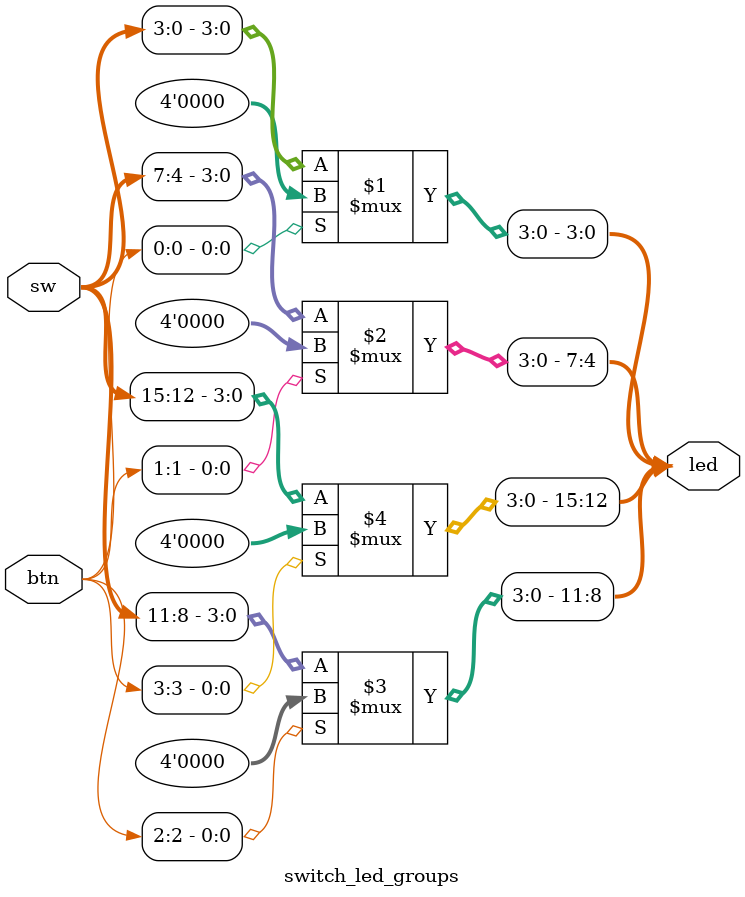
<source format=sv>
`timescale 1ns / 1ps

module switch_led_groups (
    input  logic [3:0]  btn,   // 4 botones de la FPGA
    input  logic [15:0] sw,    // Todos los switches de la FPGA
    output logic [15:0] led    // Todos los leds de la FPGA
);

    // grupos y logica
    // assign: asignación continua (combinacional)
    // led[3:0] grupo de 4 led
    // btn[] (boton asignado)
    // ?: operador ternario (condicional), osea, "condición ? valor_si_verdadero : valor_si_falso"
    // Si la condición es verdadera (1), devuelve valor_si_verdadero.
    // Si es falsa (0), devuelve valor_si_falso.
    // 4'h0 : 4 es el número de bits, 'h es la base hexadecimal y 0 es para que todo sea 0000

    // Eso se hace para cada grupo hecho
    assign led[3:0]   = btn[0] ? 4'h0 : sw[3:0];
    
    assign led[7:4]   = btn[1] ? 4'h0 : sw[7:4];
    
    assign led[11:8]  = btn[2] ? 4'h0 : sw[11:8];
    
    assign led[15:12] = btn[3] ? 4'h0 : sw[15:12];

endmodule

</source>
